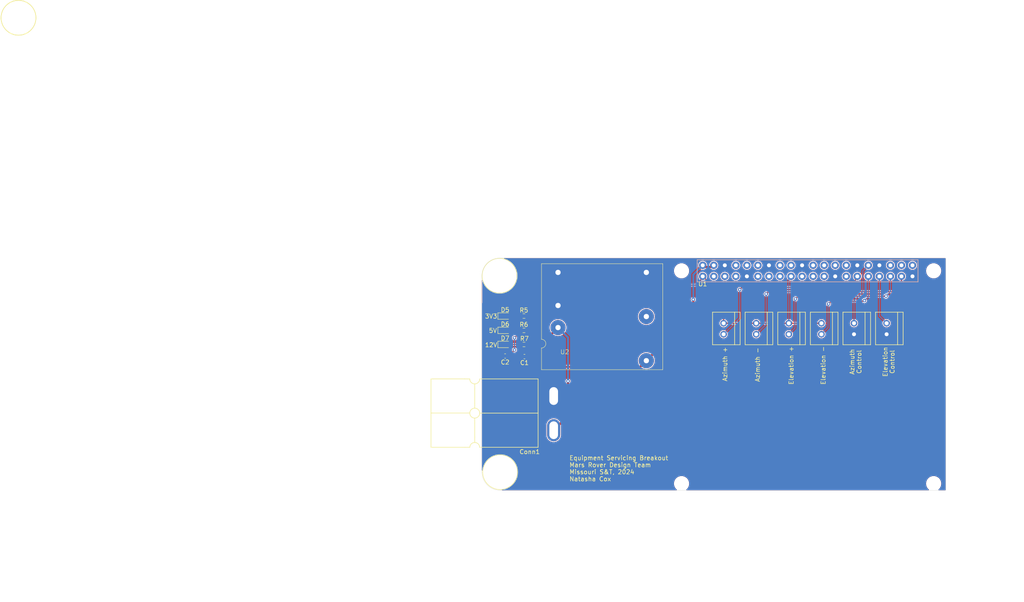
<source format=kicad_pcb>
(kicad_pcb (version 20221018) (generator pcbnew)
  (layers (0 "F.Cu" signal) (31 "B.Cu" signal) (34 "B.Paste" user) (35 "F.Paste" user) (36 "B.SilkS" user "B.Silkscreen") (37 "F.SilkS" user "F.Silkscreen") (38 "B.Mask" user) (39 "F.Mask" user) (44 "Edge.Cuts" user))
  (net 0 "")
  (net 1 "+12V")
  (net 2 "GND")
  (net 3 "ELEV_CNTRL")
  (net 4 "AZI_CNTRL")
  (net 5 "ELEV_PLUS")
  (net 6 "ELEV_MINUS")
  (net 7 "AZI_MINUS")
  (net 8 "AZI_PLUS")
  (net 9 "+3V3")
  (net 15 "+5V")
  (net 33 "Net-(D5-A)")
  (net 34 "Net-(D6-A)")
  (net 35 "Net-(D7-A)")
  (footprint "MRDT_Connectors:MOLEX_SL_02_Vertical" (layer "F.Cu") (at 166.476 74.422 -90)
    (fp_text reference "Conn17" hide)
    (fp_text value "Molex_SL_02")
    (fp_line (start -2.54 -3.81) (end 4.953 -3.81) (stroke (width 0.15)) (layer "F.SilkS"))
    (fp_line (start -2.54 -2.54) (end -2.54 -3.81) (stroke (width 0.15)) (layer "F.SilkS"))
    (fp_line (start -2.54 -2.54) (end -2.54 2.54) (stroke (width 0.15)) (layer "F.SilkS"))
    (fp_line (start -2.54 -2.54) (end 4.953 -2.54) (stroke (width 0.15)) (layer "F.SilkS"))
    (fp_line (start 4.953 -3.81) (end 4.953 -2.54) (stroke (width 0.15)) (layer "F.SilkS"))
    (fp_line (start 4.953 -2.54) (end 4.953 2.54) (stroke (width 0.15)) (layer "F.SilkS"))
    (fp_line (start 4.953 2.54) (end -2.54 2.54) (stroke (width 0.15)) (layer "F.SilkS"))
    (pad "1" thru_hole circle (at 0 0 270) (size 1.524 1.524) (drill 0.9) (layers "*.Cu" "*.Mask") (net 9 "+3V3"))
    (pad "2" thru_hole circle (at 2.54 0 270) (size 1.524 1.524) (drill 0.9) (layers "*.Cu" "*.Mask") (net 8 "AZI_PLUS"))
  )
  (footprint "Capacitor_SMD:C_0603_1608Metric" (layer "F.Cu") (at 116.2105 81.978 180)
    (fp_text reference "C2" (at 0 -1.43) (layer "F.SilkS"))
    (fp_text value "10uF")
    (fp_line (start -0.14058 -0.51) (end 0.14058 -0.51) (stroke (width 0.12)) (layer "F.SilkS"))
    (fp_line (start -0.14058 0.51) (end 0.14058 0.51) (stroke (width 0.12)) (layer "F.SilkS"))
    (pad "1" smd roundrect (at -0.775 0 180) (size 0.9 0.95) (layers "F.Cu" "F.Paste" "F.Mask") (net 15 "+5V"))
    (pad "2" smd roundrect (at 0.775 0 180) (size 0.9 0.95) (layers "F.Cu" "F.Paste" "F.Mask") (net 2 "GND"))
  )
  (footprint "LED_SMD:LED_0603_1608Metric_Pad1.05x0.95mm_HandSolder" (layer "F.Cu") (at 116.205 79.311)
    (fp_text reference "D7" (at 0 -1.43) (layer "F.SilkS"))
    (fp_text value "LED")
    (fp_line (start -1.66 -0.735) (end -1.66 0.735) (stroke (width 0.12)) (layer "F.SilkS"))
    (fp_line (start -1.66 0.735) (end 0.8 0.735) (stroke (width 0.12)) (layer "F.SilkS"))
    (fp_line (start 0.8 -0.735) (end -1.66 -0.735) (stroke (width 0.12)) (layer "F.SilkS"))
    (pad "1" smd roundrect (at -0.875 0) (size 1.05 0.95) (layers "F.Cu" "F.Paste" "F.Mask") (net 2 "GND"))
    (pad "2" smd roundrect (at 0.875 0) (size 1.05 0.95) (layers "F.Cu" "F.Paste" "F.Mask") (net 35 "Net-(D7-A)"))
  )
  (footprint "LED_SMD:LED_0603_1608Metric_Pad1.05x0.95mm_HandSolder" (layer "F.Cu") (at 116.205 76.073)
    (fp_text reference "D6" (at 0 -1.43) (layer "F.SilkS"))
    (fp_text value "LED")
    (fp_line (start -1.66 -0.735) (end -1.66 0.735) (stroke (width 0.12)) (layer "F.SilkS"))
    (fp_line (start -1.66 0.735) (end 0.8 0.735) (stroke (width 0.12)) (layer "F.SilkS"))
    (fp_line (start 0.8 -0.735) (end -1.66 -0.735) (stroke (width 0.12)) (layer "F.SilkS"))
    (pad "1" smd roundrect (at -0.875 0) (size 1.05 0.95) (layers "F.Cu" "F.Paste" "F.Mask") (net 2 "GND"))
    (pad "2" smd roundrect (at 0.875 0) (size 1.05 0.95) (layers "F.Cu" "F.Paste" "F.Mask") (net 34 "Net-(D6-A)"))
  )
  (footprint "MRDT_Drill_Holes:4_40_Hole_Corner" (layer "F.Cu") (at 0.25 8.1014)
    (fp_text reference "V3" hide)
    (fp_text value "Via" hide)
    (fp_circle (center 4.00812 -4.00812) (end 4.00812 0.00508) (stroke (width 0.15)) (fill none) (layer "F.SilkS"))
    (pad "" np_thru_hole circle (at 4.00812 -4.00812) (size 2.9464 2.9464) (drill 2.9464) (layers "*.Cu" "*.Mask") (clearance 2.5))
  )
  (footprint "MRDT_Connectors:MOLEX_SL_02_Vertical" (layer "F.Cu") (at 188.976 74.422 -90)
    (fp_text reference "Conn14" hide)
    (fp_text value "Molex_SL_02")
    (fp_line (start -2.54 -3.81) (end 4.953 -3.81) (stroke (width 0.15)) (layer "F.SilkS"))
    (fp_line (start -2.54 -2.54) (end -2.54 -3.81) (stroke (width 0.15)) (layer "F.SilkS"))
    (fp_line (start -2.54 -2.54) (end -2.54 2.54) (stroke (width 0.15)) (layer "F.SilkS"))
    (fp_line (start -2.54 -2.54) (end 4.953 -2.54) (stroke (width 0.15)) (layer "F.SilkS"))
    (fp_line (start 4.953 -3.81) (end 4.953 -2.54) (stroke (width 0.15)) (layer "F.SilkS"))
    (fp_line (start 4.953 -2.54) (end 4.953 2.54) (stroke (width 0.15)) (layer "F.SilkS"))
    (fp_line (start 4.953 2.54) (end -2.54 2.54) (stroke (width 0.15)) (layer "F.SilkS"))
    (pad "1" thru_hole circle (at 0 0 270) (size 1.524 1.524) (drill 0.9) (layers "*.Cu" "*.Mask") (net 9 "+3V3"))
    (pad "2" thru_hole circle (at 2.54 0 270) (size 1.524 1.524) (drill 0.9) (layers "*.Cu" "*.Mask") (net 5 "ELEV_PLUS"))
  )
  (footprint "Resistor_SMD:R_0603_1608Metric_Pad0.98x0.95mm_HandSolder" (layer "F.Cu") (at 120.55 72.771 180)
    (fp_text reference "R5" (at 0.0215 1.334) (layer "F.SilkS"))
    (fp_text value "100")
    (fp_line (start -0.254724 -0.5225) (end 0.254724 -0.5225) (stroke (width 0.12)) (layer "F.SilkS"))
    (fp_line (start -0.254724 0.5225) (end 0.254724 0.5225) (stroke (width 0.12)) (layer "F.SilkS"))
    (pad "1" smd roundrect (at -0.9125 0 180) (size 0.975 0.95) (layers "F.Cu" "F.Paste" "F.Mask") (net 9 "+3V3"))
    (pad "2" smd roundrect (at 0.9125 0 180) (size 0.975 0.95) (layers "F.Cu" "F.Paste" "F.Mask") (net 33 "Net-(D5-A)"))
  )
  (footprint "MRDT_Drill_Holes:4_40_Hole_Corner" (layer "F.Cu") (at 0.25 8.1014)
    (fp_text reference "V4" hide)
    (fp_text value "Via" hide)
    (fp_circle (center 4.00812 -4.00812) (end 4.00812 0.00508) (stroke (width 0.15)) (fill none) (layer "F.SilkS"))
    (pad "" np_thru_hole circle (at 4.00812 -4.00812) (size 2.9464 2.9464) (drill 2.9464) (layers "*.Cu" "*.Mask") (clearance 2.5))
  )
  (footprint "Resistor_SMD:R_0603_1608Metric_Pad0.98x0.95mm_HandSolder" (layer "F.Cu") (at 120.55 76.073 180)
    (fp_text reference "R6" (at 0.0215 1.334) (layer "F.SilkS"))
    (fp_text value "300")
    (fp_line (start -0.254724 -0.5225) (end 0.254724 -0.5225) (stroke (width 0.12)) (layer "F.SilkS"))
    (fp_line (start -0.254724 0.5225) (end 0.254724 0.5225) (stroke (width 0.12)) (layer "F.SilkS"))
    (pad "1" smd roundrect (at -0.9125 0 180) (size 0.975 0.95) (layers "F.Cu" "F.Paste" "F.Mask") (net 15 "+5V"))
    (pad "2" smd roundrect (at 0.9125 0 180) (size 0.975 0.95) (layers "F.Cu" "F.Paste" "F.Mask") (net 34 "Net-(D6-A)"))
  )
  (footprint "MRDT_Devices:SHHD003A0A41Z_Through_Hole" (layer "F.Cu") (at 124.58 85.125)
    (fp_text reference "U2" (at 5.341 -4.075 unlocked) (layer "F.SilkS") (effects (font (thickness 0.1))))
    (fp_text value "SHHD003A0A")
    (fp_line (start -0.000001 -0.005481) (end 27.899999 -0.005481) (stroke (width 0.1)) (layer "F.SilkS"))
    (fp_line (start 0 -7) (end 0 -24.4) (stroke (width 0.1)) (layer "F.SilkS"))
    (fp_line (start 0 -5) (end 0 0) (stroke (width 0.1)) (layer "F.SilkS"))
    (fp_line (start 27.9 -24.4) (end 0 -24.4) (stroke (width 0.1)) (layer "F.SilkS"))
    (fp_line (start 27.9 0) (end 27.9 -24.4) (stroke (width 0.1)) (layer "F.SilkS"))
    (fp_arc (start 0 -7) (mid 1 -6) (end 0 -5) (stroke (width 0.1)) (layer "F.SilkS"))
    (pad "1" thru_hole circle (at 3.8 -9.7) (size 3.5 3.5) (drill 1.2) (layers "*.Cu" "*.Mask") (net 1 "+12V"))
    (pad "2" thru_hole circle (at 3.8 -14.78) (size 3.5 3.5) (drill 1.2) (layers "*.Cu" "*.Mask") (net 2 "GND"))
    (pad "3" thru_hole circle (at 3.8 -22.4) (size 3.5 3.5) (drill 1.2) (layers "*.Cu" "*.Mask") (net 2 "GND"))
    (pad "4" thru_hole circle (at 24.12 -22.4) (size 3.5 3.5) (drill 1.2) (layers "*.Cu" "*.Mask") (net 2 "GND"))
    (pad "5" thru_hole circle (at 24.12 -12.24) (size 3.5 3.5) (drill 1.2) (layers "*.Cu" "*.Mask"))
    (pad "6" thru_hole circle (at 24.12 -2.08) (size 3.5 3.5) (drill 1.2) (layers "*.Cu" "*.Mask") (net 15 "+5V"))
  )
  (footprint "MRDT_Connectors:MOLEX_SL_02_Vertical" (layer "F.Cu") (at 196.476 74.422 -90)
    (fp_text reference "Conn3" hide)
    (fp_text value "Molex_SL_02")
    (fp_line (start -2.54 -3.81) (end 4.953 -3.81) (stroke (width 0.15)) (layer "F.SilkS"))
    (fp_line (start -2.54 -2.54) (end -2.54 -3.81) (stroke (width 0.15)) (layer "F.SilkS"))
    (fp_line (start -2.54 -2.54) (end -2.54 2.54) (stroke (width 0.15)) (layer "F.SilkS"))
    (fp_line (start -2.54 -2.54) (end 4.953 -2.54) (stroke (width 0.15)) (layer "F.SilkS"))
    (fp_line (start 4.953 -3.81) (end 4.953 -2.54) (stroke (width 0.15)) (layer "F.SilkS"))
    (fp_line (start 4.953 -2.54) (end 4.953 2.54) (stroke (width 0.15)) (layer "F.SilkS"))
    (fp_line (start 4.953 2.54) (end -2.54 2.54) (stroke (width 0.15)) (layer "F.SilkS"))
    (pad "1" thru_hole circle (at 0 0 270) (size 1.524 1.524) (drill 0.9) (layers "*.Cu" "*.Mask") (net 4 "AZI_CNTRL"))
    (pad "2" thru_hole circle (at 2.54 0 270) (size 1.524 1.524) (drill 0.9) (layers "*.Cu" "*.Mask") (net 2 "GND"))
  )
  (footprint "Resistor_SMD:R_0603_1608Metric_Pad0.98x0.95mm_HandSolder" (layer "F.Cu") (at 120.55 79.311 180)
    (fp_text reference "R7" (at -0.1055 1.334) (layer "F.SilkS"))
    (fp_text value "1000")
    (fp_line (start -0.254724 -0.5225) (end 0.254724 -0.5225) (stroke (width 0.12)) (layer "F.SilkS"))
    (fp_line (start -0.254724 0.5225) (end 0.254724 0.5225) (stroke (width 0.12)) (layer "F.SilkS"))
    (pad "1" smd roundrect (at -0.9125 0 180) (size 0.975 0.95) (layers "F.Cu" "F.Paste" "F.Mask") (net 1 "+12V"))
    (pad "2" smd roundrect (at 0.9125 0 180) (size 0.975 0.95) (layers "F.Cu" "F.Paste" "F.Mask") (net 35 "Net-(D7-A)"))
  )
  (footprint "MRDT_Drill_Holes:4_40_Hole_Corner" (layer "F.Cu") (at 119.07012 104.70388 180)
    (fp_text reference "V2" hide)
    (fp_text value "Via" hide)
    (fp_circle (center 4.00812 -4.00812) (end 4.00812 0.00508) (stroke (width 0.15)) (fill none) (layer "F.SilkS"))
    (pad "" np_thru_hole circle (at 4.00812 -4.00812 180) (size 2.9464 2.9464) (drill 2.9464) (layers "*.Cu" "*.Mask") (clearance 2.5))
  )
  (footprint "MRDT_Connectors:MOLEX_SL_02_Vertical" (layer "F.Cu") (at 203.976 74.422 -90)
    (fp_text reference "Conn2" hide)
    (fp_text value "Molex_SL_02")
    (fp_line (start -2.54 -3.81) (end 4.953 -3.81) (stroke (width 0.15)) (layer "F.SilkS"))
    (fp_line (start -2.54 -2.54) (end -2.54 -3.81) (stroke (width 0.15)) (layer "F.SilkS"))
    (fp_line (start -2.54 -2.54) (end -2.54 2.54) (stroke (width 0.15)) (layer "F.SilkS"))
    (fp_line (start -2.54 -2.54) (end 4.953 -2.54) (stroke (width 0.15)) (layer "F.SilkS"))
    (fp_line (start 4.953 -3.81) (end 4.953 -2.54) (stroke (width 0.15)) (layer "F.SilkS"))
    (fp_line (start 4.953 -2.54) (end 4.953 2.54) (stroke (width 0.15)) (layer "F.SilkS"))
    (fp_line (start 4.953 2.54) (end -2.54 2.54) (stroke (width 0.15)) (layer "F.SilkS"))
    (pad "1" thru_hole circle (at 0 0 270) (size 1.524 1.524) (drill 0.9) (layers "*.Cu" "*.Mask") (net 3 "ELEV_CNTRL"))
    (pad "2" thru_hole circle (at 2.54 0 270) (size 1.524 1.524) (drill 0.9) (layers "*.Cu" "*.Mask") (net 2 "GND"))
  )
  (footprint "MRDT_Connectors:MOLEX_SL_02_Vertical" (layer "F.Cu") (at 181.476 74.422 -90)
    (fp_text reference "Conn15" hide)
    (fp_text value "Molex_SL_02")
    (fp_line (start -2.54 -3.81) (end 4.953 -3.81) (stroke (width 0.15)) (layer "F.SilkS"))
    (fp_line (start -2.54 -2.54) (end -2.54 -3.81) (stroke (width 0.15)) (layer "F.SilkS"))
    (fp_line (start -2.54 -2.54) (end -2.54 2.54) (stroke (width 0.15)) (layer "F.SilkS"))
    (fp_line (start -2.54 -2.54) (end 4.953 -2.54) (stroke (width 0.15)) (layer "F.SilkS"))
    (fp_line (start 4.953 -3.81) (end 4.953 -2.54) (stroke (width 0.15)) (layer "F.SilkS"))
    (fp_line (start 4.953 -2.54) (end 4.953 2.54) (stroke (width 0.15)) (layer "F.SilkS"))
    (fp_line (start 4.953 2.54) (end -2.54 2.54) (stroke (width 0.15)) (layer "F.SilkS"))
    (pad "1" thru_hole circle (at 0 0 270) (size 1.524 1.524) (drill 0.9) (layers "*.Cu" "*.Mask") (net 9 "+3V3"))
    (pad "2" thru_hole circle (at 2.54 0 270) (size 1.524 1.524) (drill 0.9) (layers "*.Cu" "*.Mask") (net 6 "ELEV_MINUS"))
  )
  (footprint "Capacitor_SMD:C_0603_1608Metric" (layer "F.Cu") (at 120.6555 82.105 180)
    (fp_text reference "C1" (at 0 -1.43) (layer "F.SilkS"))
    (fp_text value "10uF")
    (fp_line (start -0.14058 -0.51) (end 0.14058 -0.51) (stroke (width 0.12)) (layer "F.SilkS"))
    (fp_line (start -0.14058 0.51) (end 0.14058 0.51) (stroke (width 0.12)) (layer "F.SilkS"))
    (pad "1" smd roundrect (at -0.775 0 180) (size 0.9 0.95) (layers "F.Cu" "F.Paste" "F.Mask") (net 1 "+12V"))
    (pad "2" smd roundrect (at 0.775 0 180) (size 0.9 0.95) (layers "F.Cu" "F.Paste" "F.Mask") (net 2 "GND"))
  )
  (footprint "LED_SMD:LED_0603_1608Metric_Pad1.05x0.95mm_HandSolder" (layer "F.Cu") (at 116.205 72.771)
    (fp_text reference "D5" (at 0 -1.43) (layer "F.SilkS"))
    (fp_text value "LED")
    (fp_line (start -1.66 -0.735) (end -1.66 0.735) (stroke (width 0.12)) (layer "F.SilkS"))
    (fp_line (start -1.66 0.735) (end 0.8 0.735) (stroke (width 0.12)) (layer "F.SilkS"))
    (fp_line (start 0.8 -0.735) (end -1.66 -0.735) (stroke (width 0.12)) (layer "F.SilkS"))
    (pad "1" smd roundrect (at -0.875 0) (size 1.05 0.95) (layers "F.Cu" "F.Paste" "F.Mask") (net 2 "GND"))
    (pad "2" smd roundrect (at 0.875 0) (size 1.05 0.95) (layers "F.Cu" "F.Paste" "F.Mask") (net 33 "Net-(D5-A)"))
  )
  (footprint "MRDT_Shields:RaspberryPi_THT_BOTTOM" (layer "F.Cu") (at 110.871 112.903)
    (fp_text reference "U1" (at 50.8 -47.506) (layer "F.SilkS"))
    (fp_text value "Raspberry_Pi")
    (fp_line (start 0 -48.26) (end 0 -43.18) (stroke (width 0.15)) (layer "B.SilkS"))
    (fp_line (start 49.53 -53.086) (end 49.53 -48.006) (stroke (width 0.15)) (layer "B.SilkS"))
    (fp_line (start 49.53 -48.006) (end 100.33 -48.006) (stroke (width 0.15)) (layer "B.SilkS"))
    (fp_line (start 100.33 -53.086) (end 49.53 -53.086) (stroke (width 0.15)) (layer "B.SilkS"))
    (fp_line (start 100.33 -48.006) (end 100.33 -53.086) (stroke (width 0.15)) (layer "B.SilkS"))
    (pad "" np_thru_hole circle (at 45.93 -50.546) (size 3 3) (drill 3) (layers "*.Cu" "*.Mask"))
    (pad "" np_thru_hole circle (at 45.93 -1.546) (size 3 3) (drill 3) (layers "*.Cu" "*.Mask"))
    (pad "" np_thru_hole circle (at 103.93 -50.546) (size 3 3) (drill 3) (layers "*.Cu" "*.Mask"))
    (pad "" np_thru_hole circle (at 103.93 -1.546) (size 3 3) (drill 3) (layers "*.Cu" "*.Mask"))
    (pad "1" thru_hole circle (at 50.8 -49.276) (size 1.7 1.7) (drill 0.9) (layers "*.Cu" "*.Mask") (net 9 "+3V3"))
    (pad "2" thru_hole circle (at 50.8 -51.816) (size 1.7 1.7) (drill 0.9) (layers "*.Cu" "*.Mask") (net 15 "+5V"))
    (pad "3" thru_hole circle (at 53.34 -49.276) (size 1.7 1.7) (drill 0.9) (layers "*.Cu" "*.Mask"))
    (pad "4" thru_hole circle (at 53.34 -51.816) (size 1.7 1.7) (drill 0.9) (layers "*.Cu" "*.Mask") (net 15 "+5V"))
    (pad "5" thru_hole circle (at 55.88 -49.276) (size 1.7 1.7) (drill 0.9) (layers "*.Cu" "*.Mask"))
    (pad "6" thru_hole circle (at 55.88 -51.816) (size 1.7 1.7) (drill 0.9) (layers "*.Cu" "*.Mask") (net 2 "GND"))
    (pad "7" thru_hole circle (at 58.42 -49.276) (size 1.7 1.7) (drill 0.9) (layers "*.Cu" "*.Mask"))
    (pad "8" thru_hole circle (at 58.42 -51.816) (size 1.7 1.7) (drill 0.9) (layers "*.Cu" "*.Mask"))
    (pad "9" thru_hole circle (at 60.96 -49.276) (size 1.7 1.7) (drill 0.9) (layers "*.Cu" "*.Mask") (net 2 "GND"))
    (pad "10" thru_hole circle (at 60.96 -51.816) (size 1.7 1.7) (drill 0.9) (layers "*.Cu" "*.Mask"))
    (pad "11" thru_hole circle (at 63.5 -49.276) (size 1.7 1.7) (drill 0.9) (layers "*.Cu" "*.Mask"))
    (pad "12" thru_hole circle (at 63.5 -51.816) (size 1.7 1.7) (drill 0.9) (layers "*.Cu" "*.Mask"))
    (pad "13" thru_hole circle (at 66.04 -49.276) (size 1.7 1.7) (drill 0.9) (layers "*.Cu" "*.Mask"))
    (pad "14" thru_hole circle (at 66.04 -51.816) (size 1.7 1.7) (drill 0.9) (layers "*.Cu" "*.Mask") (net 2 "GND"))
    (pad "15" thru_hole circle (at 68.58 -49.276) (size 1.7 1.7) (drill 0.9) (layers "*.Cu" "*.Mask"))
    (pad "16" thru_hole circle (at 68.58 -51.816) (size 1.7 1.7) (drill 0.9) (layers "*.Cu" "*.Mask"))
    (pad "17" thru_hole circle (at 71.12 -49.276) (size 1.7 1.7) (drill 0.9) (layers "*.Cu" "*.Mask") (net 9 "+3V3"))
    (pad "18" thru_hole circle (at 71.12 -51.816) (size 1.7 1.7) (drill 0.9) (layers "*.Cu" "*.Mask"))
    (pad "19" thru_hole circle (at 73.66 -49.276) (size 1.7 1.7) (drill 0.9) (layers "*.Cu" "*.Mask"))
    (pad "20" thru_hole circle (at 73.66 -51.816) (size 1.7 1.7) (drill 0.9) (layers "*.Cu" "*.Mask") (net 2 "GND"))
    (pad "21" thru_hole circle (at 76.2 -49.276) (size 1.7 1.7) (drill 0.9) (layers "*.Cu" "*.Mask"))
    (pad "22" thru_hole circle (at 76.2 -51.816) (size 1.7 1.7) (drill 0.9) (layers "*.Cu" "*.Mask"))
    (pad "23" thru_hole circle (at 78.74 -49.276) (size 1.7 1.7) (drill 0.9) (layers "*.Cu" "*.Mask"))
    (pad "24" thru_hole circle (at 78.74 -51.816) (size 1.7 1.7) (drill 0.9) (layers "*.Cu" "*.Mask"))
    (pad "25" thru_hole circle (at 81.28 -49.276) (size 1.7 1.7) (drill 0.9) (layers "*.Cu" "*.Mask") (net 2 "GND"))
    (pad "26" thru_hole circle (at 81.28 -51.816) (size 1.7 1.7) (drill 0.9) (layers "*.Cu" "*.Mask"))
    (pad "27" thru_hole circle (at 83.82 -49.276) (size 1.7 1.7) (drill 0.9) (layers "*.Cu" "*.Mask"))
    (pad "28" thru_hole circle (at 83.82 -51.816) (size 1.7 1.7) (drill 0.9) (layers "*.Cu" "*.Mask"))
    (pad "29" thru_hole circle (at 86.36 -49.276) (size 1.7 1.7) (drill 0.9) (layers "*.Cu" "*.Mask") (net 8 "AZI_PLUS"))
    (pad "30" thru_hole circle (at 86.36 -51.816) (size 1.7 1.7) (drill 0.9) (layers "*.Cu" "*.Mask") (net 2 "GND"))
    (pad "31" thru_hole circle (at 88.9 -49.276) (size 1.7 1.7) (drill 0.9) (layers "*.Cu" "*.Mask") (net 5 "ELEV_PLUS"))
    (pad "32" thru_hole circle (at 88.9 -51.816) (size 1.7 1.7) (drill 0.9) (layers "*.Cu" "*.Mask") (net 4 "AZI_CNTRL"))
    (pad "33" thru_hole circle (at 91.44 -49.276) (size 1.7 1.7) (drill 0.9) (layers "*.Cu" "*.Mask") (net 3 "ELEV_CNTRL"))
    (pad "34" thru_hole circle (at 91.44 -51.816) (size 1.7 1.7) (drill 0.9) (layers "*.Cu" "*.Mask") (net 2 "GND"))
    (pad "35" thru_hole circle (at 93.98 -49.276) (size 1.7 1.7) (drill 0.9) (layers "*.Cu" "*.Mask") (net 6 "ELEV_MINUS"))
    (pad "36" thru_hole circle (at 93.98 -51.816) (size 1.7 1.7) (drill 0.9) (layers "*.Cu" "*.Mask"))
    (pad "37" thru_hole circle (at 96.52 -49.276) (size 1.7 1.7) (drill 0.9) (layers "*.Cu" "*.Mask") (net 7 "AZI_MINUS"))
    (pad "38" thru_hole circle (at 96.52 -51.816) (size 1.7 1.7) (drill 0.9) (layers "*.Cu" "*.Mask"))
    (pad "39" thru_hole circle (at 99.06 -49.276) (size 1.7 1.7) (drill 0.9) (layers "*.Cu" "*.Mask") (net 2 "GND"))
    (pad "40" thru_hole circle (at 99.06 -51.816) (size 1.7 1.7) (drill 0.9) (layers "*.Cu" "*.Mask"))
  )
  (footprint "MRDT_Drill_Holes:4_40_Hole_Corner" (layer "F.Cu") (at 118.94312 67.50812 90)
    (fp_text reference "V1" hide)
    (fp_text value "Via" hide)
    (fp_circle (center 4.00812 -4.00812) (end 4.00812 0.00508) (stroke (width 0.15)) (fill none) (layer "F.SilkS"))
    (pad "" np_thru_hole circle (at 4.00812 -4.00812 90) (size 2.9464 2.9464) (drill 2.9464) (layers "*.Cu" "*.Mask") (clearance 2.5))
  )
  (footprint "MRDT_Connectors:MOLEX_SL_02_Vertical" (layer "F.Cu") (at 173.976 74.422 -90)
    (fp_text reference "Conn16" hide)
    (fp_text value "Molex_SL_02")
    (fp_line (start -2.54 -3.81) (end 4.953 -3.81) (stroke (width 0.15)) (layer "F.SilkS"))
    (fp_line (start -2.54 -2.54) (end -2.54 -3.81) (stroke (width 0.15)) (layer "F.SilkS"))
    (fp_line (start -2.54 -2.54) (end -2.54 2.54) (stroke (width 0.15)) (layer "F.SilkS"))
    (fp_line (start -2.54 -2.54) (end 4.953 -2.54) (stroke (width 0.15)) (layer "F.SilkS"))
    (fp_line (start 4.953 -3.81) (end 4.953 -2.54) (stroke (width 0.15)) (layer "F.SilkS"))
    (fp_line (start 4.953 -2.54) (end 4.953 2.54) (stroke (width 0.15)) (layer "F.SilkS"))
    (fp_line (start 4.953 2.54) (end -2.54 2.54) (stroke (width 0.15)) (layer "F.SilkS"))
    (pad "1" thru_hole circle (at 0 0 270) (size 1.524 1.524) (drill 0.9) (layers "*.Cu" "*.Mask") (net 9 "+3V3"))
    (pad "2" thru_hole circle (at 2.54 0 270) (size 1.524 1.524) (drill 0.9) (layers "*.Cu" "*.Mask") (net 7 "AZI_MINUS"))
  )
  (footprint "MRDT_Connectors:Square_Anderson_2_H_Side_By_Side" (layer "F.Cu") (at 127.7556 90.636)
    (fp_text reference "Conn1" (at -5.9 13.4) (layer "F.SilkS"))
    (fp_text value "AndersonPP")
    (fp_line (start -28.594 -3.387) (end -28.594 12.361) (stroke (width 0.15)) (layer "F.SilkS"))
    (fp_line (start -28.5686 -3.387) (end -20.8216 -3.387) (stroke (width 0.15)) (layer "F.SilkS"))
    (fp_line (start -28.5686 4.4616) (end -19.6786 4.4616) (stroke (width 0.15)) (layer "F.SilkS"))
    (fp_line (start -20.847 12.361) (end -19.6786 12.361) (stroke (width 0.15)) (layer "F.SilkS"))
    (fp_line (start -20.8216 12.361) (end -28.5686 12.361) (stroke (width 0.15)) (layer "F.SilkS"))
    (fp_line (start -19.6786 -3.387) (end -20.8978 -3.387) (stroke (width 0.15)) (layer "F.SilkS"))
    (fp_line (start -18.5356 -2.244) (end -18.5356 -1.0756) (stroke (width 0.15)) (layer "F.SilkS"))
    (fp_line (start -18.5356 2.201) (end -18.5356 -1.0756) (stroke (width 0.15)) (layer "F.SilkS"))
    (fp_line (start -18.5356 2.201) (end -18.5356 3.344) (stroke (width 0.15)) (layer "F.SilkS"))
    (fp_line (start -18.5356 6.773) (end -18.5356 5.63) (stroke (width 0.15)) (layer "F.SilkS"))
    (fp_line (start -18.5356 6.773) (end -18.5356 10.075) (stroke (width 0.15)) (layer "F.SilkS"))
    (fp_line (start -18.5356 10.0496) (end -18.5356 11.218) (stroke (width 0.15)) (layer "F.SilkS"))
    (fp_line (start -16.275 -3.387) (end -17.3672 -3.387) (stroke (width 0.15)) (layer "F.SilkS"))
    (fp_line (start -16.2496 -3.387) (end -3.956 -3.387) (stroke (width 0.15)) (layer "F.SilkS"))
    (fp_line (start -16.2496 4.487) (end -17.3926 4.487) (stroke (width 0.15)) (layer "F.SilkS"))
    (fp_line (start -16.2496 4.487) (end -3.956 4.487) (stroke (width 0.15)) (layer "F.SilkS"))
    (fp_line (start -16.2496 12.361) (end -3.956 12.361) (stroke (width 0.15)) (layer "F.SilkS"))
    (fp_line (start -16.2242 12.361) (end -17.418 12.361) (stroke (width 0.15)) (layer "F.SilkS"))
    (fp_line (start -3.956 -3.387) (end -3.956 12.361) (stroke (width 0.15)) (layer "F.SilkS"))
    (fp_arc (start -19.6532 12.361) (mid -19.325863 11.570737) (end -18.5356 11.2434) (stroke (width 0.15)) (layer "F.SilkS"))
    (fp_arc (start -18.5356 -2.244) (mid -19.343823 -2.578777) (end -19.6786 -3.387) (stroke (width 0.15)) (layer "F.SilkS"))
    (fp_arc (start -18.5356 11.2434) (mid -17.745337 11.570737) (end -17.418 12.361) (stroke (width 0.15)) (layer "F.SilkS"))
    (fp_arc (start -17.3926 -3.387) (mid -17.727377 -2.578777) (end -18.5356 -2.244) (stroke (width 0.15)) (layer "F.SilkS"))
    (fp_circle (center -18.5356 4.487) (end -18.5356 5.63) (stroke (width 0.15)) (fill none) (layer "F.SilkS"))
    (pad "1" thru_hole oval (at -0.3746 0.55) (size 3 5.1) (drill oval 2 4.1) (layers "*.Cu" "*.Mask" "F.Paste") (net 2 "GND"))
    (pad "2" thru_hole oval (at -0.3746 8.424) (size 3 5.1) (drill oval 2 4.1) (layers "*.Cu" "*.Mask" "F.Paste") (net 1 "+12V"))
  )
  (gr_arc (start 110.871 63.5) (mid 112.061318 60.626318) (end 114.935 59.436) (stroke (width 0.05)) (layer "Edge.Cuts"))
  (gr_arc (start 115.062 112.903) (mid 112.098515 111.675485) (end 110.871 108.712) (stroke (width 0.05)) (layer "Edge.Cuts"))
  (gr_line (start 110.871 108.712) (end 110.871 106.553) (stroke (width 0.05)) (layer "Edge.Cuts"))
  (gr_line (start 110.871 106.553) (end 110.871 63.5) (stroke (width 0.05)) (layer "Edge.Cuts"))
  (gr_line (start 114.935 59.436) (end 217.551 59.436) (stroke (width 0.05)) (layer "Edge.Cuts"))
  (gr_line (start 217.551 112.903) (end 217.551 59.436) (stroke (width 0.05)) (layer "Edge.Cuts"))
  (gr_line (start 115.062 112.903) (end 217.551 112.903) (stroke (width 0.05)) (layer "Edge.Cuts"))
  (gr_text "Azimuth\nControl" (at 198.247 83.312 90) (layer "F.SilkS") (effects (font (size 1 1)) (justify bottom)))
  (gr_text "12V" (at 111.506 80.01) (layer "F.SilkS") (effects (font (size 1 1)) (justify left bottom)))
  (gr_text "Elevation -\n" (at 189.992 88.646 90) (layer "F.SilkS") (effects (font (size 1 1)) (justify left bottom)))
  (gr_text "Equipment Servicing Breakout\nMars Rover Design Team\nMissouri S&T, 2024\nNatasha Cox" (at 130.937 110.871) (layer "F.SilkS") (effects (font (size 1 1)) (justify left bottom)))
  (gr_text "5V" (at 112.395 76.708) (layer "F.SilkS") (effects (font (size 1 1)) (justify left bottom)))
  (gr_text "Azimuth +" (at 167.386 87.884 90) (layer "F.SilkS") (effects (font (size 1 1)) (justify left bottom)))
  (gr_text "Elevation +" (at 182.626 88.646 90) (layer "F.SilkS") (effects (font (size 1 1)) (justify left bottom)))
  (gr_text "3V3" (at 111.506 73.406) (layer "F.SilkS") (effects (font (size 1 1)) (justify left bottom)))
  (gr_text "Elevation\nControl" (at 205.867 83.312 90) (layer "F.SilkS") (effects (font (size 1 1)) (justify bottom)))
  (gr_text "Azimuth -" (at 174.879 88.011 90) (layer "F.SilkS") (effects (font (size 1 1)) (justify left bottom)))
  (segment (start 121.4305 82.105) (end 121.4305 79.343) (width 0.508) (layer "F.Cu") (net 1))
  (segment (start 121.4305 79.343) (end 121.4625 79.311) (width 0.508) (layer "F.Cu") (net 1))
  (segment (start 121.4625 79.311) (end 124.494 79.311) (width 0.508) (layer "F.Cu") (net 1))
  (segment (start 130.683 95.758) (end 130.683 87.757) (width 0.508) (layer "F.Cu") (net 1))
  (segment (start 127.381 99.06) (end 130.683 95.758) (width 0.508) (layer "F.Cu") (net 1))
  (segment (start 124.494 79.311) (end 128.38 75.425) (width 0.508) (layer "F.Cu") (net 1))
  (via (at 130.683 87.757) (size 0.8) (drill 0.4) (layers "F.Cu" "B.Cu") (net 1))
  (segment (start 130.683 87.757) (end 130.683 77.728) (width 0.508) (layer "B.Cu") (net 1))
  (segment (start 130.683 77.728) (end 128.38 75.425) (width 0.508) (layer "B.Cu") (net 1))
  (segment (start 203.976 74.422) (end 202.311 72.757) (width 0.254) (layer "B.Cu") (net 3))
  (segment (start 202.311 72.757) (end 202.311 63.627) (width 0.254) (layer "B.Cu") (net 3))
  (segment (start 198.501 67.183) (end 198.501 62.357) (width 0.254) (layer "B.Cu") (net 4))
  (segment (start 196.476 69.208) (end 198.501 67.183) (width 0.254) (layer "B.Cu") (net 4))
  (segment (start 196.476 74.422) (end 196.476 69.208) (width 0.254) (layer "B.Cu") (net 4))
  (segment (start 198.501 62.357) (end 199.771 61.087) (width 0.254) (layer "B.Cu") (net 4))
  (segment (start 190.627 69.977) (end 191.262 69.342) (width 0.254) (layer "F.Cu") (net 5))
  (segment (start 198.755 69.342) (end 198.882 69.215) (width 0.254) (layer "F.Cu") (net 5))
  (segment (start 191.262 69.342) (end 198.755 69.342) (width 0.254) (layer "F.Cu") (net 5))
  (via (at 190.627 69.977) (size 0.8) (drill 0.4) (layers "F.Cu" "B.Cu") (net 5))
  (via (at 198.882 69.215) (size 0.8) (drill 0.4) (layers "F.Cu" "B.Cu") (net 5))
  (segment (start 190.5 70.104) (end 190.5 75.438) (width 0.254) (layer "B.Cu") (net 5))
  (segment (start 198.882 69.215) (end 199.771 68.326) (width 0.254) (layer "B.Cu") (net 5))
  (segment (start 190.627 69.977) (end 190.5 70.104) (width 0.254) (layer "B.Cu") (net 5))
  (segment (start 190.5 75.438) (end 188.976 76.962) (width 0.254) (layer "B.Cu") (net 5))
  (segment (start 199.771 68.326) (end 199.771 63.627) (width 0.254) (layer "B.Cu") (net 5))
  (segment (start 203.835 68.199) (end 183.642 68.199) (width 0.254) (layer "F.Cu") (net 6))
  (segment (start 183.642 68.199) (end 183.007 68.834) (width 0.254) (layer "F.Cu") (net 6))
  (via (at 203.835 68.199) (size 0.8) (drill 0.4) (layers "F.Cu" "B.Cu") (net 6))
  (via (at 183.007 68.834) (size 0.8) (drill 0.4) (layers "F.Cu" "B.Cu") (net 6))
  (segment (start 204.851 67.183) (end 204.851 63.627) (width 0.254) (layer "B.Cu") (net 6))
  (segment (start 183.007 68.834) (end 182.88 68.961) (width 0.254) (layer "B.Cu") (net 6))
  (segment (start 182.88 75.558) (end 181.476 76.962) (width 0.254) (layer "B.Cu") (net 6))
  (segment (start 203.835 68.199) (end 204.851 67.183) (width 0.254) (layer "B.Cu") (net 6))
  (segment (start 182.88 68.961) (end 182.88 75.558) (width 0.254) (layer "B.Cu") (net 6))
  (segment (start 176.276 67.691) (end 176.784 67.183) (width 0.254) (layer "F.Cu") (net 7))
  (segment (start 176.784 67.183) (end 206.629 67.183) (width 0.254) (layer "F.Cu") (net 7))
  (segment (start 207.391 66.421) (end 207.391 63.627) (width 0.254) (layer "F.Cu") (net 7))
  (segment (start 206.629 67.183) (end 207.391 66.421) (width 0.254) (layer "F.Cu") (net 7))
  (via (at 176.276 67.691) (size 0.8) (drill 0.4) (layers "F.Cu" "B.Cu") (net 7))
  (segment (start 176.276 74.662) (end 173.976 76.962) (width 0.254) (layer "B.Cu") (net 7))
  (segment (start 176.276 67.691) (end 176.276 74.662) (width 0.254) (layer "B.Cu") (net 7))
  (segment (start 170.688 66.167) (end 195.072 66.167) (width 0.254) (layer "F.Cu") (net 8))
  (segment (start 195.072 66.167) (end 197.231 64.008) (width 0.254) (layer "F.Cu") (net 8))
  (segment (start 197.231 64.008) (end 197.231 63.627) (width 0.254) (layer "F.Cu") (net 8))
  (segment (start 170.18 66.675) (end 170.688 66.167) (width 0.254) (layer "F.Cu") (net 8))
  (via (at 170.18 66.675) (size 0.8) (drill 0.4) (layers "F.Cu" "B.Cu") (net 8))
  (segment (start 170.18 66.675) (end 170.18 73.258) (width 0.254) (layer "B.Cu") (net 8))
  (segment (start 170.18 73.258) (end 166.476 76.962) (width 0.254) (layer "B.Cu") (net 8))
  (segment (start 121.4625 72.771) (end 144.526 72.771) (width 0.254) (layer "F.Cu") (net 9))
  (segment (start 166.476 68.432) (end 166.476 74.422) (width 0.254) (layer "F.Cu") (net 9))
  (segment (start 160.02 65.659) (end 161.8615 63.8175) (width 0.254) (layer "F.Cu") (net 9))
  (segment (start 161.8615 63.8175) (end 166.476 68.432) (width 0.254) (layer "F.Cu") (net 9))
  (segment (start 151.638 65.659) (end 160.02 65.659) (width 0.254) (layer "F.Cu") (net 9))
  (segment (start 121.4625 72.771) (end 121.7805 72.453) (width 0.254) (layer "F.Cu") (net 9))
  (segment (start 144.526 72.771) (end 151.638 65.659) (width 0.254) (layer "F.Cu") (net 9))
  (segment (start 166.476 74.422) (end 173.976 74.422) (width 0.254) (layer "F.Cu") (net 9))
  (segment (start 173.976 74.422) (end 181.476 74.422) (width 0.254) (layer "F.Cu") (net 9))
  (segment (start 181.476 74.422) (end 188.976 74.422) (width 0.254) (layer "F.Cu") (net 9))
  (segment (start 181.476 74.422) (end 181.476 64.142) (width 0.254) (layer "B.Cu") (net 9))
  (segment (start 181.476 64.142) (end 181.991 63.627) (width 0.254) (layer "B.Cu") (net 9))
  (segment (start 119.0045 77.152) (end 118.3695 77.787) (width 0.254) (layer "F.Cu") (net 15))
  (segment (start 121.4625 76.073) (end 120.3835 77.152) (width 0.254) (layer "F.Cu") (net 15))
  (segment (start 118.3695 80.581) (end 118.3695 80.594) (width 0.254) (layer "F.Cu") (net 15))
  (segment (start 147.29 84.455) (end 119.4625 84.455) (width 0.508) (layer "F.Cu") (net 15))
  (segment (start 118.3695 80.594) (end 116.9855 81.978) (width 0.254) (layer "F.Cu") (net 15))
  (segment (start 148.7 83.045) (end 159.512 72.233) (width 0.508) (layer "F.Cu") (net 15))
  (segment (start 119.4625 84.455) (end 116.9855 81.978) (width 0.508) (layer "F.Cu") (net 15))
  (segment (start 148.7 83.045) (end 147.29 84.455) (width 0.508) (layer "F.Cu") (net 15))
  (segment (start 161.671 61.468) (end 164.211 61.468) (width 0.508) (layer "F.Cu") (net 15))
  (segment (start 159.512 72.233) (end 159.512 68.961) (width 0.508) (layer "F.Cu") (net 15))
  (segment (start 120.3835 77.152) (end 119.0045 77.152) (width 0.254) (layer "F.Cu") (net 15))
  (via (at 159.512 68.961) (size 0.8) (drill 0.4) (layers "F.Cu" "B.Cu") (net 15))
  (via (at 118.3695 80.581) (size 0.8) (drill 0.4) (layers "F.Cu" "B.Cu") (net 15))
  (via (at 118.3695 77.787) (size 0.8) (drill 0.4) (layers "F.Cu" "B.Cu") (net 15))
  (segment (start 118.3695 77.787) (end 118.3695 80.581) (width 0.254) (layer "B.Cu") (net 15))
  (segment (start 159.512 68.961) (end 159.512 63.246) (width 0.508) (layer "B.Cu") (net 15))
  (segment (start 159.512 63.246) (end 161.29 61.468) (width 0.508) (layer "B.Cu") (net 15))
  (segment (start 161.29 61.468) (end 161.671 61.468) (width 0.508) (layer "B.Cu") (net 15))
  (segment (start 117.08 72.771) (end 119.6375 72.771) (width 0.25) (layer "F.Cu") (net 33))
  (segment (start 117.08 76.073) (end 119.6375 76.073) (width 0.25) (layer "F.Cu") (net 34))
  (segment (start 117.08 79.311) (end 119.6375 79.311) (width 0.25) (layer "F.Cu") (net 35))
  (zone (net 2) (net_name "GND") (layers "F&B.Cu") (priority 1) (connect_pads yes (clearance 0.127)) (min_thickness 0.25) (fill yes (thermal_gap 0.5) (thermal_bridge_width 0.5))
    (polygon (pts (xy 109.093 123.444) (xy 109.24626 57.020851) (xy 224.663 57.15) (xy 224.79 123.444)))
  )
)
</source>
